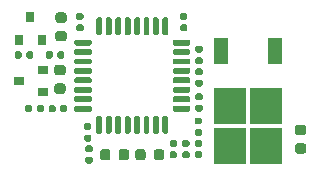
<source format=gtp>
G04 #@! TF.GenerationSoftware,KiCad,Pcbnew,(6.0.8)*
G04 #@! TF.CreationDate,2022-12-14T13:47:10+03:00*
G04 #@! TF.ProjectId,hellen1-wbo,68656c6c-656e-4312-9d77-626f2e6b6963,0.3*
G04 #@! TF.SameCoordinates,PX4a19ba0PY5aa5910*
G04 #@! TF.FileFunction,Paste,Top*
G04 #@! TF.FilePolarity,Positive*
%FSLAX46Y46*%
G04 Gerber Fmt 4.6, Leading zero omitted, Abs format (unit mm)*
G04 Created by KiCad (PCBNEW (6.0.8)) date 2022-12-14 13:47:10*
%MOMM*%
%LPD*%
G01*
G04 APERTURE LIST*
%ADD10R,0.900000X0.800000*%
%ADD11R,2.750000X3.050000*%
%ADD12R,1.200000X2.200000*%
%ADD13R,0.800000X0.900000*%
G04 APERTURE END LIST*
G04 #@! TO.C,C612*
G36*
G01*
X17172500Y9070000D02*
X16827500Y9070000D01*
G75*
G02*
X16680000Y9217500I0J147500D01*
G01*
X16680000Y9512500D01*
G75*
G02*
X16827500Y9660000I147500J0D01*
G01*
X17172500Y9660000D01*
G75*
G02*
X17320000Y9512500I0J-147500D01*
G01*
X17320000Y9217500D01*
G75*
G02*
X17172500Y9070000I-147500J0D01*
G01*
G37*
G36*
G01*
X17172500Y10040000D02*
X16827500Y10040000D01*
G75*
G02*
X16680000Y10187500I0J147500D01*
G01*
X16680000Y10482500D01*
G75*
G02*
X16827500Y10630000I147500J0D01*
G01*
X17172500Y10630000D01*
G75*
G02*
X17320000Y10482500I0J-147500D01*
G01*
X17320000Y10187500D01*
G75*
G02*
X17172500Y10040000I-147500J0D01*
G01*
G37*
G04 #@! TD*
G04 #@! TO.C,C613*
G36*
G01*
X2295000Y5152500D02*
X2295000Y5497500D01*
G75*
G02*
X2442500Y5645000I147500J0D01*
G01*
X2737500Y5645000D01*
G75*
G02*
X2885000Y5497500I0J-147500D01*
G01*
X2885000Y5152500D01*
G75*
G02*
X2737500Y5005000I-147500J0D01*
G01*
X2442500Y5005000D01*
G75*
G02*
X2295000Y5152500I0J147500D01*
G01*
G37*
G36*
G01*
X3265000Y5152500D02*
X3265000Y5497500D01*
G75*
G02*
X3412500Y5645000I147500J0D01*
G01*
X3707500Y5645000D01*
G75*
G02*
X3855000Y5497500I0J-147500D01*
G01*
X3855000Y5152500D01*
G75*
G02*
X3707500Y5005000I-147500J0D01*
G01*
X3412500Y5005000D01*
G75*
G02*
X3265000Y5152500I0J147500D01*
G01*
G37*
G04 #@! TD*
G04 #@! TO.C,C616*
G36*
G01*
X4968750Y9012500D02*
X5481250Y9012500D01*
G75*
G02*
X5700000Y8793750I0J-218750D01*
G01*
X5700000Y8356250D01*
G75*
G02*
X5481250Y8137500I-218750J0D01*
G01*
X4968750Y8137500D01*
G75*
G02*
X4750000Y8356250I0J218750D01*
G01*
X4750000Y8793750D01*
G75*
G02*
X4968750Y9012500I218750J0D01*
G01*
G37*
G36*
G01*
X4968750Y7437500D02*
X5481250Y7437500D01*
G75*
G02*
X5700000Y7218750I0J-218750D01*
G01*
X5700000Y6781250D01*
G75*
G02*
X5481250Y6562500I-218750J0D01*
G01*
X4968750Y6562500D01*
G75*
G02*
X4750000Y6781250I0J218750D01*
G01*
X4750000Y7218750D01*
G75*
G02*
X4968750Y7437500I218750J0D01*
G01*
G37*
G04 #@! TD*
G04 #@! TO.C,R601*
G36*
G01*
X16777500Y2655000D02*
X17122500Y2655000D01*
G75*
G02*
X17270000Y2507500I0J-147500D01*
G01*
X17270000Y2212500D01*
G75*
G02*
X17122500Y2065000I-147500J0D01*
G01*
X16777500Y2065000D01*
G75*
G02*
X16630000Y2212500I0J147500D01*
G01*
X16630000Y2507500D01*
G75*
G02*
X16777500Y2655000I147500J0D01*
G01*
G37*
G36*
G01*
X16777500Y1685000D02*
X17122500Y1685000D01*
G75*
G02*
X17270000Y1537500I0J-147500D01*
G01*
X17270000Y1242500D01*
G75*
G02*
X17122500Y1095000I-147500J0D01*
G01*
X16777500Y1095000D01*
G75*
G02*
X16630000Y1242500I0J147500D01*
G01*
X16630000Y1537500D01*
G75*
G02*
X16777500Y1685000I147500J0D01*
G01*
G37*
G04 #@! TD*
D10*
G04 #@! TO.C,U604*
X3775000Y6675000D03*
X3775000Y8575000D03*
X1775000Y7625000D03*
G04 #@! TD*
G04 #@! TO.C,C600*
G36*
G01*
X15715000Y2655000D02*
X16060000Y2655000D01*
G75*
G02*
X16207500Y2507500I0J-147500D01*
G01*
X16207500Y2212500D01*
G75*
G02*
X16060000Y2065000I-147500J0D01*
G01*
X15715000Y2065000D01*
G75*
G02*
X15567500Y2212500I0J147500D01*
G01*
X15567500Y2507500D01*
G75*
G02*
X15715000Y2655000I147500J0D01*
G01*
G37*
G36*
G01*
X15715000Y1685000D02*
X16060000Y1685000D01*
G75*
G02*
X16207500Y1537500I0J-147500D01*
G01*
X16207500Y1242500D01*
G75*
G02*
X16060000Y1095000I-147500J0D01*
G01*
X15715000Y1095000D01*
G75*
G02*
X15567500Y1242500I0J147500D01*
G01*
X15567500Y1537500D01*
G75*
G02*
X15715000Y1685000I147500J0D01*
G01*
G37*
G04 #@! TD*
G04 #@! TO.C,C611*
G36*
G01*
X16827500Y8730000D02*
X17172500Y8730000D01*
G75*
G02*
X17320000Y8582500I0J-147500D01*
G01*
X17320000Y8287500D01*
G75*
G02*
X17172500Y8140000I-147500J0D01*
G01*
X16827500Y8140000D01*
G75*
G02*
X16680000Y8287500I0J147500D01*
G01*
X16680000Y8582500D01*
G75*
G02*
X16827500Y8730000I147500J0D01*
G01*
G37*
G36*
G01*
X16827500Y7760000D02*
X17172500Y7760000D01*
G75*
G02*
X17320000Y7612500I0J-147500D01*
G01*
X17320000Y7317500D01*
G75*
G02*
X17172500Y7170000I-147500J0D01*
G01*
X16827500Y7170000D01*
G75*
G02*
X16680000Y7317500I0J147500D01*
G01*
X16680000Y7612500D01*
G75*
G02*
X16827500Y7760000I147500J0D01*
G01*
G37*
G04 #@! TD*
G04 #@! TO.C,R617*
G36*
G01*
X15872500Y11845000D02*
X15527500Y11845000D01*
G75*
G02*
X15380000Y11992500I0J147500D01*
G01*
X15380000Y12287500D01*
G75*
G02*
X15527500Y12435000I147500J0D01*
G01*
X15872500Y12435000D01*
G75*
G02*
X16020000Y12287500I0J-147500D01*
G01*
X16020000Y11992500D01*
G75*
G02*
X15872500Y11845000I-147500J0D01*
G01*
G37*
G36*
G01*
X15872500Y12815000D02*
X15527500Y12815000D01*
G75*
G02*
X15380000Y12962500I0J147500D01*
G01*
X15380000Y13257500D01*
G75*
G02*
X15527500Y13405000I147500J0D01*
G01*
X15872500Y13405000D01*
G75*
G02*
X16020000Y13257500I0J-147500D01*
G01*
X16020000Y12962500D01*
G75*
G02*
X15872500Y12815000I-147500J0D01*
G01*
G37*
G04 #@! TD*
G04 #@! TO.C,C614*
G36*
G01*
X17172500Y5045000D02*
X16827500Y5045000D01*
G75*
G02*
X16680000Y5192500I0J147500D01*
G01*
X16680000Y5487500D01*
G75*
G02*
X16827500Y5635000I147500J0D01*
G01*
X17172500Y5635000D01*
G75*
G02*
X17320000Y5487500I0J-147500D01*
G01*
X17320000Y5192500D01*
G75*
G02*
X17172500Y5045000I-147500J0D01*
G01*
G37*
G36*
G01*
X17172500Y6015000D02*
X16827500Y6015000D01*
G75*
G02*
X16680000Y6162500I0J147500D01*
G01*
X16680000Y6457500D01*
G75*
G02*
X16827500Y6605000I147500J0D01*
G01*
X17172500Y6605000D01*
G75*
G02*
X17320000Y6457500I0J-147500D01*
G01*
X17320000Y6162500D01*
G75*
G02*
X17172500Y6015000I-147500J0D01*
G01*
G37*
G04 #@! TD*
G04 #@! TO.C,C615*
G36*
G01*
X7072500Y11845000D02*
X6727500Y11845000D01*
G75*
G02*
X6580000Y11992500I0J147500D01*
G01*
X6580000Y12287500D01*
G75*
G02*
X6727500Y12435000I147500J0D01*
G01*
X7072500Y12435000D01*
G75*
G02*
X7220000Y12287500I0J-147500D01*
G01*
X7220000Y11992500D01*
G75*
G02*
X7072500Y11845000I-147500J0D01*
G01*
G37*
G36*
G01*
X7072500Y12815000D02*
X6727500Y12815000D01*
G75*
G02*
X6580000Y12962500I0J147500D01*
G01*
X6580000Y13257500D01*
G75*
G02*
X6727500Y13405000I147500J0D01*
G01*
X7072500Y13405000D01*
G75*
G02*
X7220000Y13257500I0J-147500D01*
G01*
X7220000Y12962500D01*
G75*
G02*
X7072500Y12815000I-147500J0D01*
G01*
G37*
G04 #@! TD*
D11*
G04 #@! TO.C,Q600*
X22685000Y5525000D03*
X19635000Y5525000D03*
X22685000Y2175000D03*
X19635000Y2175000D03*
D12*
X23440000Y10150000D03*
X18880000Y10150000D03*
G04 #@! TD*
G04 #@! TO.C,R625*
G36*
G01*
X4270000Y5127500D02*
X4270000Y5472500D01*
G75*
G02*
X4417500Y5620000I147500J0D01*
G01*
X4712500Y5620000D01*
G75*
G02*
X4860000Y5472500I0J-147500D01*
G01*
X4860000Y5127500D01*
G75*
G02*
X4712500Y4980000I-147500J0D01*
G01*
X4417500Y4980000D01*
G75*
G02*
X4270000Y5127500I0J147500D01*
G01*
G37*
G36*
G01*
X5240000Y5127500D02*
X5240000Y5472500D01*
G75*
G02*
X5387500Y5620000I147500J0D01*
G01*
X5682500Y5620000D01*
G75*
G02*
X5830000Y5472500I0J-147500D01*
G01*
X5830000Y5127500D01*
G75*
G02*
X5682500Y4980000I-147500J0D01*
G01*
X5387500Y4980000D01*
G75*
G02*
X5240000Y5127500I0J147500D01*
G01*
G37*
G04 #@! TD*
G04 #@! TO.C,D601*
G36*
G01*
X14050000Y1656250D02*
X14050000Y1143750D01*
G75*
G02*
X13831250Y925000I-218750J0D01*
G01*
X13393750Y925000D01*
G75*
G02*
X13175000Y1143750I0J218750D01*
G01*
X13175000Y1656250D01*
G75*
G02*
X13393750Y1875000I218750J0D01*
G01*
X13831250Y1875000D01*
G75*
G02*
X14050000Y1656250I0J-218750D01*
G01*
G37*
G36*
G01*
X12475000Y1656250D02*
X12475000Y1143750D01*
G75*
G02*
X12256250Y925000I-218750J0D01*
G01*
X11818750Y925000D01*
G75*
G02*
X11600000Y1143750I0J218750D01*
G01*
X11600000Y1656250D01*
G75*
G02*
X11818750Y1875000I218750J0D01*
G01*
X12256250Y1875000D01*
G75*
G02*
X12475000Y1656250I0J-218750D01*
G01*
G37*
G04 #@! TD*
G04 #@! TO.C,R626*
G36*
G01*
X14652500Y2655000D02*
X14997500Y2655000D01*
G75*
G02*
X15145000Y2507500I0J-147500D01*
G01*
X15145000Y2212500D01*
G75*
G02*
X14997500Y2065000I-147500J0D01*
G01*
X14652500Y2065000D01*
G75*
G02*
X14505000Y2212500I0J147500D01*
G01*
X14505000Y2507500D01*
G75*
G02*
X14652500Y2655000I147500J0D01*
G01*
G37*
G36*
G01*
X14652500Y1685000D02*
X14997500Y1685000D01*
G75*
G02*
X15145000Y1537500I0J-147500D01*
G01*
X15145000Y1242500D01*
G75*
G02*
X14997500Y1095000I-147500J0D01*
G01*
X14652500Y1095000D01*
G75*
G02*
X14505000Y1242500I0J147500D01*
G01*
X14505000Y1537500D01*
G75*
G02*
X14652500Y1685000I147500J0D01*
G01*
G37*
G04 #@! TD*
G04 #@! TO.C,D600*
G36*
G01*
X25856250Y1500000D02*
X25343750Y1500000D01*
G75*
G02*
X25125000Y1718750I0J218750D01*
G01*
X25125000Y2156250D01*
G75*
G02*
X25343750Y2375000I218750J0D01*
G01*
X25856250Y2375000D01*
G75*
G02*
X26075000Y2156250I0J-218750D01*
G01*
X26075000Y1718750D01*
G75*
G02*
X25856250Y1500000I-218750J0D01*
G01*
G37*
G36*
G01*
X25856250Y3075000D02*
X25343750Y3075000D01*
G75*
G02*
X25125000Y3293750I0J218750D01*
G01*
X25125000Y3731250D01*
G75*
G02*
X25343750Y3950000I218750J0D01*
G01*
X25856250Y3950000D01*
G75*
G02*
X26075000Y3731250I0J-218750D01*
G01*
X26075000Y3293750D01*
G75*
G02*
X25856250Y3075000I-218750J0D01*
G01*
G37*
G04 #@! TD*
G04 #@! TO.C,D602*
G36*
G01*
X8625000Y1143750D02*
X8625000Y1656250D01*
G75*
G02*
X8843750Y1875000I218750J0D01*
G01*
X9281250Y1875000D01*
G75*
G02*
X9500000Y1656250I0J-218750D01*
G01*
X9500000Y1143750D01*
G75*
G02*
X9281250Y925000I-218750J0D01*
G01*
X8843750Y925000D01*
G75*
G02*
X8625000Y1143750I0J218750D01*
G01*
G37*
G36*
G01*
X10200000Y1143750D02*
X10200000Y1656250D01*
G75*
G02*
X10418750Y1875000I218750J0D01*
G01*
X10856250Y1875000D01*
G75*
G02*
X11075000Y1656250I0J-218750D01*
G01*
X11075000Y1143750D01*
G75*
G02*
X10856250Y925000I-218750J0D01*
G01*
X10418750Y925000D01*
G75*
G02*
X10200000Y1143750I0J218750D01*
G01*
G37*
G04 #@! TD*
G04 #@! TO.C,R627*
G36*
G01*
X7527500Y2205000D02*
X7872500Y2205000D01*
G75*
G02*
X8020000Y2057500I0J-147500D01*
G01*
X8020000Y1762500D01*
G75*
G02*
X7872500Y1615000I-147500J0D01*
G01*
X7527500Y1615000D01*
G75*
G02*
X7380000Y1762500I0J147500D01*
G01*
X7380000Y2057500D01*
G75*
G02*
X7527500Y2205000I147500J0D01*
G01*
G37*
G36*
G01*
X7527500Y1235000D02*
X7872500Y1235000D01*
G75*
G02*
X8020000Y1087500I0J-147500D01*
G01*
X8020000Y792500D01*
G75*
G02*
X7872500Y645000I-147500J0D01*
G01*
X7527500Y645000D01*
G75*
G02*
X7380000Y792500I0J147500D01*
G01*
X7380000Y1087500D01*
G75*
G02*
X7527500Y1235000I147500J0D01*
G01*
G37*
G04 #@! TD*
G04 #@! TO.C,U602*
G36*
G01*
X16275000Y5425000D02*
X16275000Y5175000D01*
G75*
G02*
X16150000Y5050000I-125000J0D01*
G01*
X14900000Y5050000D01*
G75*
G02*
X14775000Y5175000I0J125000D01*
G01*
X14775000Y5425000D01*
G75*
G02*
X14900000Y5550000I125000J0D01*
G01*
X16150000Y5550000D01*
G75*
G02*
X16275000Y5425000I0J-125000D01*
G01*
G37*
G36*
G01*
X16275000Y6225000D02*
X16275000Y5975000D01*
G75*
G02*
X16150000Y5850000I-125000J0D01*
G01*
X14900000Y5850000D01*
G75*
G02*
X14775000Y5975000I0J125000D01*
G01*
X14775000Y6225000D01*
G75*
G02*
X14900000Y6350000I125000J0D01*
G01*
X16150000Y6350000D01*
G75*
G02*
X16275000Y6225000I0J-125000D01*
G01*
G37*
G36*
G01*
X16275000Y7025000D02*
X16275000Y6775000D01*
G75*
G02*
X16150000Y6650000I-125000J0D01*
G01*
X14900000Y6650000D01*
G75*
G02*
X14775000Y6775000I0J125000D01*
G01*
X14775000Y7025000D01*
G75*
G02*
X14900000Y7150000I125000J0D01*
G01*
X16150000Y7150000D01*
G75*
G02*
X16275000Y7025000I0J-125000D01*
G01*
G37*
G36*
G01*
X16275000Y7825000D02*
X16275000Y7575000D01*
G75*
G02*
X16150000Y7450000I-125000J0D01*
G01*
X14900000Y7450000D01*
G75*
G02*
X14775000Y7575000I0J125000D01*
G01*
X14775000Y7825000D01*
G75*
G02*
X14900000Y7950000I125000J0D01*
G01*
X16150000Y7950000D01*
G75*
G02*
X16275000Y7825000I0J-125000D01*
G01*
G37*
G36*
G01*
X16275000Y8625000D02*
X16275000Y8375000D01*
G75*
G02*
X16150000Y8250000I-125000J0D01*
G01*
X14900000Y8250000D01*
G75*
G02*
X14775000Y8375000I0J125000D01*
G01*
X14775000Y8625000D01*
G75*
G02*
X14900000Y8750000I125000J0D01*
G01*
X16150000Y8750000D01*
G75*
G02*
X16275000Y8625000I0J-125000D01*
G01*
G37*
G36*
G01*
X16275000Y9425000D02*
X16275000Y9175000D01*
G75*
G02*
X16150000Y9050000I-125000J0D01*
G01*
X14900000Y9050000D01*
G75*
G02*
X14775000Y9175000I0J125000D01*
G01*
X14775000Y9425000D01*
G75*
G02*
X14900000Y9550000I125000J0D01*
G01*
X16150000Y9550000D01*
G75*
G02*
X16275000Y9425000I0J-125000D01*
G01*
G37*
G36*
G01*
X16275000Y10225000D02*
X16275000Y9975000D01*
G75*
G02*
X16150000Y9850000I-125000J0D01*
G01*
X14900000Y9850000D01*
G75*
G02*
X14775000Y9975000I0J125000D01*
G01*
X14775000Y10225000D01*
G75*
G02*
X14900000Y10350000I125000J0D01*
G01*
X16150000Y10350000D01*
G75*
G02*
X16275000Y10225000I0J-125000D01*
G01*
G37*
G36*
G01*
X16275000Y11025000D02*
X16275000Y10775000D01*
G75*
G02*
X16150000Y10650000I-125000J0D01*
G01*
X14900000Y10650000D01*
G75*
G02*
X14775000Y10775000I0J125000D01*
G01*
X14775000Y11025000D01*
G75*
G02*
X14900000Y11150000I125000J0D01*
G01*
X16150000Y11150000D01*
G75*
G02*
X16275000Y11025000I0J-125000D01*
G01*
G37*
G36*
G01*
X14400000Y12900000D02*
X14400000Y11650000D01*
G75*
G02*
X14275000Y11525000I-125000J0D01*
G01*
X14025000Y11525000D01*
G75*
G02*
X13900000Y11650000I0J125000D01*
G01*
X13900000Y12900000D01*
G75*
G02*
X14025000Y13025000I125000J0D01*
G01*
X14275000Y13025000D01*
G75*
G02*
X14400000Y12900000I0J-125000D01*
G01*
G37*
G36*
G01*
X13600000Y12900000D02*
X13600000Y11650000D01*
G75*
G02*
X13475000Y11525000I-125000J0D01*
G01*
X13225000Y11525000D01*
G75*
G02*
X13100000Y11650000I0J125000D01*
G01*
X13100000Y12900000D01*
G75*
G02*
X13225000Y13025000I125000J0D01*
G01*
X13475000Y13025000D01*
G75*
G02*
X13600000Y12900000I0J-125000D01*
G01*
G37*
G36*
G01*
X12800000Y12900000D02*
X12800000Y11650000D01*
G75*
G02*
X12675000Y11525000I-125000J0D01*
G01*
X12425000Y11525000D01*
G75*
G02*
X12300000Y11650000I0J125000D01*
G01*
X12300000Y12900000D01*
G75*
G02*
X12425000Y13025000I125000J0D01*
G01*
X12675000Y13025000D01*
G75*
G02*
X12800000Y12900000I0J-125000D01*
G01*
G37*
G36*
G01*
X12000000Y12900000D02*
X12000000Y11650000D01*
G75*
G02*
X11875000Y11525000I-125000J0D01*
G01*
X11625000Y11525000D01*
G75*
G02*
X11500000Y11650000I0J125000D01*
G01*
X11500000Y12900000D01*
G75*
G02*
X11625000Y13025000I125000J0D01*
G01*
X11875000Y13025000D01*
G75*
G02*
X12000000Y12900000I0J-125000D01*
G01*
G37*
G36*
G01*
X11200000Y12900000D02*
X11200000Y11650000D01*
G75*
G02*
X11075000Y11525000I-125000J0D01*
G01*
X10825000Y11525000D01*
G75*
G02*
X10700000Y11650000I0J125000D01*
G01*
X10700000Y12900000D01*
G75*
G02*
X10825000Y13025000I125000J0D01*
G01*
X11075000Y13025000D01*
G75*
G02*
X11200000Y12900000I0J-125000D01*
G01*
G37*
G36*
G01*
X10400000Y12900000D02*
X10400000Y11650000D01*
G75*
G02*
X10275000Y11525000I-125000J0D01*
G01*
X10025000Y11525000D01*
G75*
G02*
X9900000Y11650000I0J125000D01*
G01*
X9900000Y12900000D01*
G75*
G02*
X10025000Y13025000I125000J0D01*
G01*
X10275000Y13025000D01*
G75*
G02*
X10400000Y12900000I0J-125000D01*
G01*
G37*
G36*
G01*
X9600000Y12900000D02*
X9600000Y11650000D01*
G75*
G02*
X9475000Y11525000I-125000J0D01*
G01*
X9225000Y11525000D01*
G75*
G02*
X9100000Y11650000I0J125000D01*
G01*
X9100000Y12900000D01*
G75*
G02*
X9225000Y13025000I125000J0D01*
G01*
X9475000Y13025000D01*
G75*
G02*
X9600000Y12900000I0J-125000D01*
G01*
G37*
G36*
G01*
X8800000Y12900000D02*
X8800000Y11650000D01*
G75*
G02*
X8675000Y11525000I-125000J0D01*
G01*
X8425000Y11525000D01*
G75*
G02*
X8300000Y11650000I0J125000D01*
G01*
X8300000Y12900000D01*
G75*
G02*
X8425000Y13025000I125000J0D01*
G01*
X8675000Y13025000D01*
G75*
G02*
X8800000Y12900000I0J-125000D01*
G01*
G37*
G36*
G01*
X7925000Y11025000D02*
X7925000Y10775000D01*
G75*
G02*
X7800000Y10650000I-125000J0D01*
G01*
X6550000Y10650000D01*
G75*
G02*
X6425000Y10775000I0J125000D01*
G01*
X6425000Y11025000D01*
G75*
G02*
X6550000Y11150000I125000J0D01*
G01*
X7800000Y11150000D01*
G75*
G02*
X7925000Y11025000I0J-125000D01*
G01*
G37*
G36*
G01*
X7925000Y10225000D02*
X7925000Y9975000D01*
G75*
G02*
X7800000Y9850000I-125000J0D01*
G01*
X6550000Y9850000D01*
G75*
G02*
X6425000Y9975000I0J125000D01*
G01*
X6425000Y10225000D01*
G75*
G02*
X6550000Y10350000I125000J0D01*
G01*
X7800000Y10350000D01*
G75*
G02*
X7925000Y10225000I0J-125000D01*
G01*
G37*
G36*
G01*
X7925000Y9425000D02*
X7925000Y9175000D01*
G75*
G02*
X7800000Y9050000I-125000J0D01*
G01*
X6550000Y9050000D01*
G75*
G02*
X6425000Y9175000I0J125000D01*
G01*
X6425000Y9425000D01*
G75*
G02*
X6550000Y9550000I125000J0D01*
G01*
X7800000Y9550000D01*
G75*
G02*
X7925000Y9425000I0J-125000D01*
G01*
G37*
G36*
G01*
X7925000Y8625000D02*
X7925000Y8375000D01*
G75*
G02*
X7800000Y8250000I-125000J0D01*
G01*
X6550000Y8250000D01*
G75*
G02*
X6425000Y8375000I0J125000D01*
G01*
X6425000Y8625000D01*
G75*
G02*
X6550000Y8750000I125000J0D01*
G01*
X7800000Y8750000D01*
G75*
G02*
X7925000Y8625000I0J-125000D01*
G01*
G37*
G36*
G01*
X7925000Y7825000D02*
X7925000Y7575000D01*
G75*
G02*
X7800000Y7450000I-125000J0D01*
G01*
X6550000Y7450000D01*
G75*
G02*
X6425000Y7575000I0J125000D01*
G01*
X6425000Y7825000D01*
G75*
G02*
X6550000Y7950000I125000J0D01*
G01*
X7800000Y7950000D01*
G75*
G02*
X7925000Y7825000I0J-125000D01*
G01*
G37*
G36*
G01*
X7925000Y7025000D02*
X7925000Y6775000D01*
G75*
G02*
X7800000Y6650000I-125000J0D01*
G01*
X6550000Y6650000D01*
G75*
G02*
X6425000Y6775000I0J125000D01*
G01*
X6425000Y7025000D01*
G75*
G02*
X6550000Y7150000I125000J0D01*
G01*
X7800000Y7150000D01*
G75*
G02*
X7925000Y7025000I0J-125000D01*
G01*
G37*
G36*
G01*
X7925000Y6225000D02*
X7925000Y5975000D01*
G75*
G02*
X7800000Y5850000I-125000J0D01*
G01*
X6550000Y5850000D01*
G75*
G02*
X6425000Y5975000I0J125000D01*
G01*
X6425000Y6225000D01*
G75*
G02*
X6550000Y6350000I125000J0D01*
G01*
X7800000Y6350000D01*
G75*
G02*
X7925000Y6225000I0J-125000D01*
G01*
G37*
G36*
G01*
X7925000Y5425000D02*
X7925000Y5175000D01*
G75*
G02*
X7800000Y5050000I-125000J0D01*
G01*
X6550000Y5050000D01*
G75*
G02*
X6425000Y5175000I0J125000D01*
G01*
X6425000Y5425000D01*
G75*
G02*
X6550000Y5550000I125000J0D01*
G01*
X7800000Y5550000D01*
G75*
G02*
X7925000Y5425000I0J-125000D01*
G01*
G37*
G36*
G01*
X8800000Y4550000D02*
X8800000Y3300000D01*
G75*
G02*
X8675000Y3175000I-125000J0D01*
G01*
X8425000Y3175000D01*
G75*
G02*
X8300000Y3300000I0J125000D01*
G01*
X8300000Y4550000D01*
G75*
G02*
X8425000Y4675000I125000J0D01*
G01*
X8675000Y4675000D01*
G75*
G02*
X8800000Y4550000I0J-125000D01*
G01*
G37*
G36*
G01*
X9600000Y4550000D02*
X9600000Y3300000D01*
G75*
G02*
X9475000Y3175000I-125000J0D01*
G01*
X9225000Y3175000D01*
G75*
G02*
X9100000Y3300000I0J125000D01*
G01*
X9100000Y4550000D01*
G75*
G02*
X9225000Y4675000I125000J0D01*
G01*
X9475000Y4675000D01*
G75*
G02*
X9600000Y4550000I0J-125000D01*
G01*
G37*
G36*
G01*
X10400000Y4550000D02*
X10400000Y3300000D01*
G75*
G02*
X10275000Y3175000I-125000J0D01*
G01*
X10025000Y3175000D01*
G75*
G02*
X9900000Y3300000I0J125000D01*
G01*
X9900000Y4550000D01*
G75*
G02*
X10025000Y4675000I125000J0D01*
G01*
X10275000Y4675000D01*
G75*
G02*
X10400000Y4550000I0J-125000D01*
G01*
G37*
G36*
G01*
X11200000Y4550000D02*
X11200000Y3300000D01*
G75*
G02*
X11075000Y3175000I-125000J0D01*
G01*
X10825000Y3175000D01*
G75*
G02*
X10700000Y3300000I0J125000D01*
G01*
X10700000Y4550000D01*
G75*
G02*
X10825000Y4675000I125000J0D01*
G01*
X11075000Y4675000D01*
G75*
G02*
X11200000Y4550000I0J-125000D01*
G01*
G37*
G36*
G01*
X12000000Y4550000D02*
X12000000Y3300000D01*
G75*
G02*
X11875000Y3175000I-125000J0D01*
G01*
X11625000Y3175000D01*
G75*
G02*
X11500000Y3300000I0J125000D01*
G01*
X11500000Y4550000D01*
G75*
G02*
X11625000Y4675000I125000J0D01*
G01*
X11875000Y4675000D01*
G75*
G02*
X12000000Y4550000I0J-125000D01*
G01*
G37*
G36*
G01*
X12800000Y4550000D02*
X12800000Y3300000D01*
G75*
G02*
X12675000Y3175000I-125000J0D01*
G01*
X12425000Y3175000D01*
G75*
G02*
X12300000Y3300000I0J125000D01*
G01*
X12300000Y4550000D01*
G75*
G02*
X12425000Y4675000I125000J0D01*
G01*
X12675000Y4675000D01*
G75*
G02*
X12800000Y4550000I0J-125000D01*
G01*
G37*
G36*
G01*
X13600000Y4550000D02*
X13600000Y3300000D01*
G75*
G02*
X13475000Y3175000I-125000J0D01*
G01*
X13225000Y3175000D01*
G75*
G02*
X13100000Y3300000I0J125000D01*
G01*
X13100000Y4550000D01*
G75*
G02*
X13225000Y4675000I125000J0D01*
G01*
X13475000Y4675000D01*
G75*
G02*
X13600000Y4550000I0J-125000D01*
G01*
G37*
G36*
G01*
X14400000Y4550000D02*
X14400000Y3300000D01*
G75*
G02*
X14275000Y3175000I-125000J0D01*
G01*
X14025000Y3175000D01*
G75*
G02*
X13900000Y3300000I0J125000D01*
G01*
X13900000Y4550000D01*
G75*
G02*
X14025000Y4675000I125000J0D01*
G01*
X14275000Y4675000D01*
G75*
G02*
X14400000Y4550000I0J-125000D01*
G01*
G37*
G04 #@! TD*
G04 #@! TO.C,R628*
G36*
G01*
X5605000Y10022500D02*
X5605000Y9677500D01*
G75*
G02*
X5457500Y9530000I-147500J0D01*
G01*
X5162500Y9530000D01*
G75*
G02*
X5015000Y9677500I0J147500D01*
G01*
X5015000Y10022500D01*
G75*
G02*
X5162500Y10170000I147500J0D01*
G01*
X5457500Y10170000D01*
G75*
G02*
X5605000Y10022500I0J-147500D01*
G01*
G37*
G36*
G01*
X4635000Y10022500D02*
X4635000Y9677500D01*
G75*
G02*
X4487500Y9530000I-147500J0D01*
G01*
X4192500Y9530000D01*
G75*
G02*
X4045000Y9677500I0J147500D01*
G01*
X4045000Y10022500D01*
G75*
G02*
X4192500Y10170000I147500J0D01*
G01*
X4487500Y10170000D01*
G75*
G02*
X4635000Y10022500I0J-147500D01*
G01*
G37*
G04 #@! TD*
G04 #@! TO.C,C609*
G36*
G01*
X7402500Y4080000D02*
X7747500Y4080000D01*
G75*
G02*
X7895000Y3932500I0J-147500D01*
G01*
X7895000Y3637500D01*
G75*
G02*
X7747500Y3490000I-147500J0D01*
G01*
X7402500Y3490000D01*
G75*
G02*
X7255000Y3637500I0J147500D01*
G01*
X7255000Y3932500D01*
G75*
G02*
X7402500Y4080000I147500J0D01*
G01*
G37*
G36*
G01*
X7402500Y3110000D02*
X7747500Y3110000D01*
G75*
G02*
X7895000Y2962500I0J-147500D01*
G01*
X7895000Y2667500D01*
G75*
G02*
X7747500Y2520000I-147500J0D01*
G01*
X7402500Y2520000D01*
G75*
G02*
X7255000Y2667500I0J147500D01*
G01*
X7255000Y2962500D01*
G75*
G02*
X7402500Y3110000I147500J0D01*
G01*
G37*
G04 #@! TD*
G04 #@! TO.C,C610*
G36*
G01*
X1397000Y9677500D02*
X1397000Y10022500D01*
G75*
G02*
X1544500Y10170000I147500J0D01*
G01*
X1839500Y10170000D01*
G75*
G02*
X1987000Y10022500I0J-147500D01*
G01*
X1987000Y9677500D01*
G75*
G02*
X1839500Y9530000I-147500J0D01*
G01*
X1544500Y9530000D01*
G75*
G02*
X1397000Y9677500I0J147500D01*
G01*
G37*
G36*
G01*
X2367000Y9677500D02*
X2367000Y10022500D01*
G75*
G02*
X2514500Y10170000I147500J0D01*
G01*
X2809500Y10170000D01*
G75*
G02*
X2957000Y10022500I0J-147500D01*
G01*
X2957000Y9677500D01*
G75*
G02*
X2809500Y9530000I-147500J0D01*
G01*
X2514500Y9530000D01*
G75*
G02*
X2367000Y9677500I0J147500D01*
G01*
G37*
G04 #@! TD*
D13*
G04 #@! TO.C,U603*
X1775000Y11100000D03*
X3675000Y11100000D03*
X2725000Y13100000D03*
G04 #@! TD*
G04 #@! TO.C,R600*
G36*
G01*
X16777500Y4555000D02*
X17122500Y4555000D01*
G75*
G02*
X17270000Y4407500I0J-147500D01*
G01*
X17270000Y4112500D01*
G75*
G02*
X17122500Y3965000I-147500J0D01*
G01*
X16777500Y3965000D01*
G75*
G02*
X16630000Y4112500I0J147500D01*
G01*
X16630000Y4407500D01*
G75*
G02*
X16777500Y4555000I147500J0D01*
G01*
G37*
G36*
G01*
X16777500Y3585000D02*
X17122500Y3585000D01*
G75*
G02*
X17270000Y3437500I0J-147500D01*
G01*
X17270000Y3142500D01*
G75*
G02*
X17122500Y2995000I-147500J0D01*
G01*
X16777500Y2995000D01*
G75*
G02*
X16630000Y3142500I0J147500D01*
G01*
X16630000Y3437500D01*
G75*
G02*
X16777500Y3585000I147500J0D01*
G01*
G37*
G04 #@! TD*
G04 #@! TO.C,D603*
G36*
G01*
X5061300Y13455000D02*
X5573800Y13455000D01*
G75*
G02*
X5792550Y13236250I0J-218750D01*
G01*
X5792550Y12798750D01*
G75*
G02*
X5573800Y12580000I-218750J0D01*
G01*
X5061300Y12580000D01*
G75*
G02*
X4842550Y12798750I0J218750D01*
G01*
X4842550Y13236250D01*
G75*
G02*
X5061300Y13455000I218750J0D01*
G01*
G37*
G36*
G01*
X5061300Y11880000D02*
X5573800Y11880000D01*
G75*
G02*
X5792550Y11661250I0J-218750D01*
G01*
X5792550Y11223750D01*
G75*
G02*
X5573800Y11005000I-218750J0D01*
G01*
X5061300Y11005000D01*
G75*
G02*
X4842550Y11223750I0J218750D01*
G01*
X4842550Y11661250D01*
G75*
G02*
X5061300Y11880000I218750J0D01*
G01*
G37*
G04 #@! TD*
M02*

</source>
